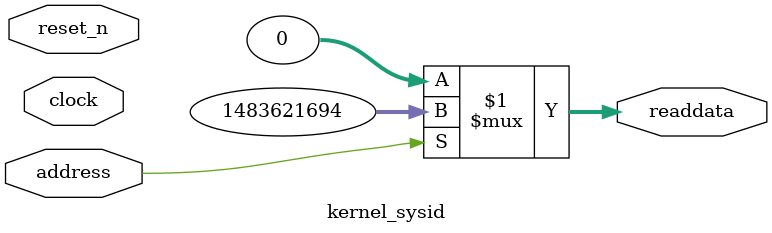
<source format=v>

`timescale 1ns / 1ps
// synthesis translate_on

// turn off superfluous verilog processor warnings 
// altera message_level Level1 
// altera message_off 10034 10035 10036 10037 10230 10240 10030 

module kernel_sysid (
               // inputs:
                address,
                clock,
                reset_n,

               // outputs:
                readdata
             )
;

  output  [ 31: 0] readdata;
  input            address;
  input            clock;
  input            reset_n;

  wire    [ 31: 0] readdata;
  //control_slave, which is an e_avalon_slave
  assign readdata = address ? 1483621694 : 0;

endmodule




</source>
